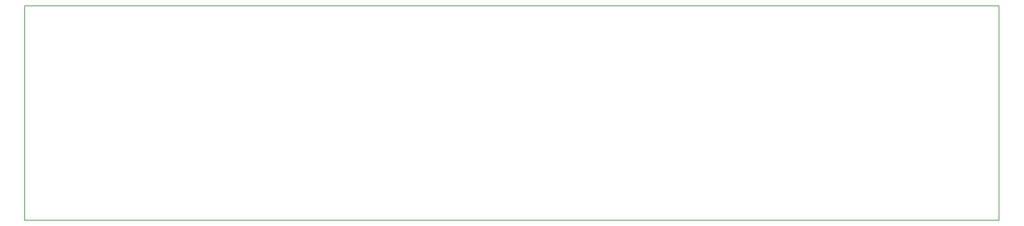
<source format=gm1>
G04 MADE WITH FRITZING*
G04 WWW.FRITZING.ORG*
G04 DOUBLE SIDED*
G04 HOLES PLATED*
G04 CONTOUR ON CENTER OF CONTOUR VECTOR*
%ASAXBY*%
%FSLAX23Y23*%
%MOIN*%
%OFA0B0*%
%SFA1.0B1.0*%
%ADD10R,9.488200X2.098430*%
%ADD11C,0.008000*%
%ADD10C,0.008*%
%LNCONTOUR*%
G90*
G70*
G54D10*
G54D11*
X4Y2094D02*
X9484Y2094D01*
X9484Y4D01*
X4Y4D01*
X4Y2094D01*
D02*
G04 End of contour*
M02*
</source>
